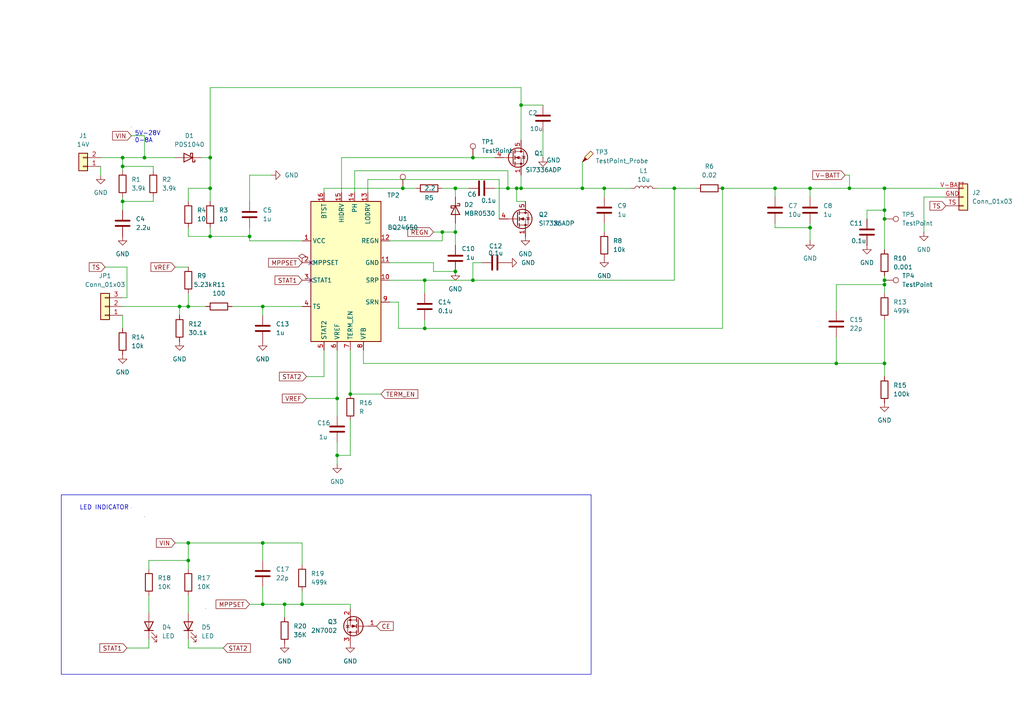
<source format=kicad_sch>
(kicad_sch (version 20250114) (generator "eeschema") (generator_version "9.0")
  (paper "A4")
  (title_block (title "BQ24650 ") (date "2025-05-20") (rev "Dodo Kamel ") (company "MSU"))
  (lib_symbols
    (symbol "Conn_01x03_1" (pin_names (offset 1.016) (hide yes))
      (property "Reference" "J" (at 0 5.08 0))
      (property "Value" "Conn_01x03" (at 0 -5.08 0))
      (symbol "Conn_01x03_1_1_1"
        (rectangle (start -1.27 3.81) (end 1.27 -3.81) (stroke (width 0.254)) (fill (type background)))
        (rectangle (start -1.27 2.667) (end 0 2.413) (stroke (width 0.1524)))
        (rectangle (start -1.27 0.127) (end 0 -0.127) (stroke (width 0.1524)))
        (rectangle (start -1.27 -2.413) (end 0 -2.667) (stroke (width 0.1524)))
        (pin passive line (at -5.08 2.54 0) (length 3.81) (name "Pin_1") (number "V-BATT"))
        (pin passive line (at -5.08 0 0) (length 3.81) (name "Pin_2") (number "GND"))
        (pin passive line (at -5.08 -2.54 0) (length 3.81) (name "Pin_3") (number "TS"))
      )
    )
    (symbol "Connector:TestPoint" (pin_numbers (hide yes)) (pin_names (offset 0.762) (hide yes))
      (property "Reference" "TP" (at 0 6.858 0))
      (property "Value" "TestPoint" (at 0 5.08 0))
      (symbol "TestPoint_0_1"
        (circle (center 0 3.302) (radius 0.762))
      )
      (symbol "TestPoint_1_1"
        (pin passive line (at 0 0 90) (length 2.54) (name "1") (number "1"))
      )
    )
    (symbol "Connector:TestPoint_Probe" (pin_numbers (hide yes)) (pin_names (offset 0.762) (hide yes))
      (property "Reference" "TP" (at 1.651 5.842 0))
      (property "Value" "TestPoint_Probe" (at 1.651 4.064 0))
      (symbol "TestPoint_Probe_0_1"
        (polyline (pts (xy 1.27 0.762) (xy 0 0) (xy 0.762 1.27) (xy 1.27 0.762)) (fill (type outline)))
        (polyline (pts (xy 1.397 0.635) (xy 0.635 1.397) (xy 2.413 3.175) (xy 3.175 2.413) (xy 1.397 0.635)) (fill (type background)))
      )
      (symbol "TestPoint_Probe_1_1"
        (pin passive line (at 0 0 90) (length 0) (name "1") (number "1"))
      )
    )
    (symbol "Connector_Generic:Conn_01x02" (pin_names (offset 1.016) (hide yes))
      (property "Reference" "J" (at 0 2.54 0))
      (property "Value" "Conn_01x02" (at 0 -5.08 0))
      (symbol "Conn_01x02_1_1"
        (rectangle (start -1.27 1.27) (end 1.27 -3.81) (stroke (width 0.254)) (fill (type background)))
        (rectangle (start -1.27 0.127) (end 0 -0.127) (stroke (width 0.1524)))
        (rectangle (start -1.27 -2.413) (end 0 -2.667) (stroke (width 0.1524)))
        (pin passive line (at -5.08 0 0) (length 3.81) (name "Pin_1") (number "1"))
        (pin passive line (at -5.08 -2.54 0) (length 3.81) (name "Pin_2") (number "2"))
      )
    )
    (symbol "Connector_Generic:Conn_01x03" (pin_names (offset 1.016) (hide yes))
      (property "Reference" "J" (at 0 5.08 0))
      (property "Value" "Conn_01x03" (at 0 -5.08 0))
      (symbol "Conn_01x03_1_1"
        (rectangle (start -1.27 3.81) (end 1.27 -3.81) (stroke (width 0.254)) (fill (type background)))
        (rectangle (start -1.27 2.667) (end 0 2.413) (stroke (width 0.1524)))
        (rectangle (start -1.27 0.127) (end 0 -0.127) (stroke (width 0.1524)))
        (rectangle (start -1.27 -2.413) (end 0 -2.667) (stroke (width 0.1524)))
        (pin passive line (at -5.08 2.54 0) (length 3.81) (name "Pin_1") (number "1"))
        (pin passive line (at -5.08 0 0) (length 3.81) (name "Pin_2") (number "2"))
        (pin passive line (at -5.08 -2.54 0) (length 3.81) (name "Pin_3") (number "3"))
      )
    )
    (symbol "Device:C" (pin_numbers (hide yes)) (pin_names (offset 0.254))
      (property "Reference" "C" (at 0.635 2.54 0))
      (property "Value" "C" (at 0.635 -2.54 0))
      (symbol "C_0_1"
        (polyline (pts (xy -2.032 0.762) (xy 2.032 0.762)) (stroke (width 0.508)))
        (polyline (pts (xy -2.032 -0.762) (xy 2.032 -0.762)) (stroke (width 0.508)))
      )
      (symbol "C_1_1"
        (pin passive line (at 0 3.81 270) (length 2.794) (name "~") (number "1"))
        (pin passive line (at 0 -3.81 90) (length 2.794) (name "~") (number "2"))
      )
    )
    (symbol "Device:D_Schottky" (pin_numbers (hide yes)) (pin_names (offset 1.016) (hide yes))
      (property "Reference" "D" (at 0 2.54 0))
      (property "Value" "D_Schottky" (at 0 -2.54 0))
      (symbol "D_Schottky_0_1"
        (polyline (pts (xy -1.905 0.635) (xy -1.905 1.27) (xy -1.27 1.27) (xy -1.27 -1.27) (xy -0.635 -1.27) (xy -0.635 -0.635)) (stroke (width 0.254)))
        (polyline (pts (xy 1.27 1.27) (xy 1.27 -1.27) (xy -1.27 0) (xy 1.27 1.27)) (stroke (width 0.254)))
        (polyline (pts (xy 1.27 0) (xy -1.27 0)))
      )
      (symbol "D_Schottky_1_1"
        (pin passive line (at -3.81 0 0) (length 2.54) (name "K") (number "1"))
        (pin passive line (at 3.81 0 180) (length 2.54) (name "A") (number "2"))
      )
    )
    (symbol "Device:L" (pin_numbers (hide yes)) (pin_names (offset 1.016) (hide yes))
      (property "Reference" "L" (at -1.27 0 90))
      (property "Value" "L" (at 1.905 0 90))
      (symbol "L_0_1"
        (arc (start 0 2.54) (mid 0.6323 1.905) (end 0 1.27))
        (arc (start 0 1.27) (mid 0.6323 0.635) (end 0 0))
        (arc (start 0 0) (mid 0.6323 -0.635) (end 0 -1.27))
        (arc (start 0 -1.27) (mid 0.6323 -1.905) (end 0 -2.54))
      )
      (symbol "L_1_1"
        (pin passive line (at 0 3.81 270) (length 1.27) (name "1") (number "1"))
        (pin passive line (at 0 -3.81 90) (length 1.27) (name "2") (number "2"))
      )
    )
    (symbol "Device:LED" (pin_numbers (hide yes)) (pin_names (offset 1.016) (hide yes))
      (property "Reference" "D" (at 0 2.54 0))
      (property "Value" "LED" (at 0 -2.54 0))
      (symbol "LED_0_1"
        (polyline (pts (xy -3.048 -0.762) (xy -4.572 -2.286) (xy -3.81 -2.286) (xy -4.572 -2.286) (xy -4.572 -1.524)))
        (polyline (pts (xy -1.778 -0.762) (xy -3.302 -2.286) (xy -2.54 -2.286) (xy -3.302 -2.286) (xy -3.302 -1.524)))
        (polyline (pts (xy -1.27 0) (xy 1.27 0)))
        (polyline (pts (xy -1.27 -1.27) (xy -1.27 1.27)) (stroke (width 0.254)))
        (polyline (pts (xy 1.27 -1.27) (xy 1.27 1.27) (xy -1.27 0) (xy 1.27 -1.27)) (stroke (width 0.254)))
      )
      (symbol "LED_1_1"
        (pin passive line (at -3.81 0 0) (length 2.54) (name "K") (number "1"))
        (pin passive line (at 3.81 0 180) (length 2.54) (name "A") (number "2"))
      )
    )
    (symbol "Device:R" (pin_numbers (hide yes)) (pin_names (offset 0))
      (property "Reference" "R" (at 2.032 0 90))
      (property "Value" "R" (at 0 0 90))
      (symbol "R_0_1"
        (rectangle (start -1.016 -2.54) (end 1.016 2.54) (stroke (width 0.254)))
      )
      (symbol "R_1_1"
        (pin passive line (at 0 3.81 270) (length 1.27) (name "~") (number "1"))
        (pin passive line (at 0 -3.81 90) (length 1.27) (name "~") (number "2"))
      )
    )
    (symbol "Diode:MBR0530" (pin_numbers (hide yes)) (pin_names (offset 1.016) (hide yes))
      (property "Reference" "D" (at 0 2.54 0))
      (property "Value" "MBR0530" (at 0 -2.54 0))
      (symbol "MBR0530_0_1"
        (polyline (pts (xy -1.905 0.635) (xy -1.905 1.27) (xy -1.27 1.27) (xy -1.27 -1.27) (xy -0.635 -1.27) (xy -0.635 -0.635)) (stroke (width 0.254)))
        (polyline (pts (xy 1.27 1.27) (xy 1.27 -1.27) (xy -1.27 0) (xy 1.27 1.27)) (stroke (width 0.254)))
        (polyline (pts (xy 1.27 0) (xy -1.27 0)))
      )
      (symbol "MBR0530_1_1"
        (pin passive line (at -3.81 0 0) (length 2.54) (name "K") (number "1"))
        (pin passive line (at 3.81 0 180) (length 2.54) (name "A") (number "2"))
      )
    )
    (symbol "Transistor_FET:2N7002" (pin_names (hide yes))
      (property "Reference" "Q" (at 5.08 1.905 0))
      (property "Value" "2N7002" (at 5.08 0 0))
      (symbol "2N7002_0_1"
        (polyline (pts (xy 0.254 1.905) (xy 0.254 -1.905)) (stroke (width 0.254)))
        (polyline (pts (xy 0.254 0) (xy -2.54 0)))
        (polyline (pts (xy 0.762 2.286) (xy 0.762 1.27)) (stroke (width 0.254)))
        (polyline (pts (xy 0.762 0.508) (xy 0.762 -0.508)) (stroke (width 0.254)))
        (polyline (pts (xy 0.762 -1.27) (xy 0.762 -2.286)) (stroke (width 0.254)))
        (polyline (pts (xy 0.762 -1.778) (xy 3.302 -1.778) (xy 3.302 1.778) (xy 0.762 1.778)))
        (polyline (pts (xy 1.016 0) (xy 2.032 0.381) (xy 2.032 -0.381) (xy 1.016 0)) (fill (type outline)))
        (circle (center 1.651 0) (radius 2.794) (stroke (width 0.254)))
        (polyline (pts (xy 2.54 2.54) (xy 2.54 1.778)))
        (circle (center 2.54 1.778) (radius 0.254) (fill (type outline)))
        (circle (center 2.54 -1.778) (radius 0.254) (fill (type outline)))
        (polyline (pts (xy 2.54 -2.54) (xy 2.54 0) (xy 0.762 0)))
        (polyline (pts (xy 2.794 0.508) (xy 2.921 0.381) (xy 3.683 0.381) (xy 3.81 0.254)))
        (polyline (pts (xy 3.302 0.381) (xy 2.921 -0.254) (xy 3.683 -0.254) (xy 3.302 0.381)))
      )
      (symbol "2N7002_1_1"
        (pin input line (at -5.08 0 0) (length 2.54) (name "G") (number "1"))
        (pin passive line (at 2.54 5.08 270) (length 2.54) (name "D") (number "3"))
        (pin passive line (at 2.54 -5.08 90) (length 2.54) (name "S") (number "2"))
      )
    )
    (symbol "Transistor_FET:Si7336ADP" (pin_names (hide yes))
      (property "Reference" "Q" (at 5.08 1.905 0))
      (property "Value" "Si7336ADP" (at 5.08 0 0))
      (symbol "Si7336ADP_0_1"
        (polyline (pts (xy 0.254 1.905) (xy 0.254 -1.905)) (stroke (width 0.254)))
        (polyline (pts (xy 0.254 0) (xy -2.54 0)))
        (polyline (pts (xy 0.762 2.286) (xy 0.762 1.27)) (stroke (width 0.254)))
        (polyline (pts (xy 0.762 0.508) (xy 0.762 -0.508)) (stroke (width 0.254)))
        (polyline (pts (xy 0.762 -1.27) (xy 0.762 -2.286)) (stroke (width 0.254)))
        (polyline (pts (xy 0.762 -1.778) (xy 3.302 -1.778) (xy 3.302 1.778) (xy 0.762 1.778)))
        (polyline (pts (xy 1.016 0) (xy 2.032 0.381) (xy 2.032 -0.381) (xy 1.016 0)) (fill (type outline)))
        (circle (center 1.651 0) (radius 2.794) (stroke (width 0.254)))
        (polyline (pts (xy 2.54 2.54) (xy 2.54 1.778)))
        (circle (center 2.54 1.778) (radius 0.254) (fill (type outline)))
        (circle (center 2.54 -1.778) (radius 0.254) (fill (type outline)))
        (polyline (pts (xy 2.54 -2.54) (xy 2.54 0) (xy 0.762 0)))
        (polyline (pts (xy 2.794 0.508) (xy 2.921 0.381) (xy 3.683 0.381) (xy 3.81 0.254)))
        (polyline (pts (xy 3.302 0.381) (xy 2.921 -0.254) (xy 3.683 -0.254) (xy 3.302 0.381)))
      )
      (symbol "Si7336ADP_1_1"
        (pin input line (at -5.08 0 0) (length 2.54) (name "G") (number "4"))
        (pin passive line (at 2.54 5.08 270) (length 2.54) (name "D") (number "5"))
        (pin passive line (at 2.54 -5.08 90) (length 2.54) (name "S") (number "1"))
        (pin passive line (at 2.54 -5.08 90) (length 2.54) (hide yes) (name "S") (number "2"))
        (pin passive line (at 2.54 -5.08 90) (length 2.54) (hide yes) (name "S") (number "3"))
      )
    )
    (symbol "battery charge controller :BQ24650"
      (property "Reference" "U" (at -10.16 21.59 0))
      (property "Value" "BQ24650" (at 7.62 -21.59 0))
      (symbol "BQ24650_1_1"
        (rectangle (start -10.16 19.05) (end 10.16 -21.59) (stroke (width 0.254)) (fill (type background)))
        (pin power_in line (at -12.7 7.62 0) (length 2.54) (name "VCC") (number "1"))
        (pin input line (at -12.7 1.27 0) (length 2.54) (name "MPPSET") (number "2"))
        (pin open_collector line (at -12.7 -3.81 0) (length 2.54) (name "STAT1") (number "3"))
        (pin input line (at -12.7 -11.43 0) (length 2.54) (name "TS") (number "4"))
        (pin output line (at -6.35 21.59 270) (length 2.54) (name "BTST") (number "16"))
        (pin open_collector line (at -6.35 -24.13 90) (length 2.54) (name "STAT2") (number "5"))
        (pin input line (at -2.54 -24.13 90) (length 2.54) (name "VREF") (number "6"))
        (pin output line (at -1.27 21.59 270) (length 2.54) (name "HIDRV") (number "15"))
        (pin input line (at 1.27 -24.13 90) (length 2.54) (name "TERM_EN") (number "7"))
        (pin input line (at 2.54 21.59 270) (length 2.54) (name "PH") (number "14"))
        (pin input line (at 5.08 -24.13 90) (length 2.54) (name "VFB") (number "8"))
        (pin output line (at 6.35 21.59 270) (length 2.54) (name "LODRV") (number "13"))
        (pin output line (at 12.7 7.62 180) (length 2.54) (name "REGN") (number "12"))
        (pin power_in line (at 12.7 1.27 180) (length 2.54) (name "GND") (number "11"))
        (pin input line (at 12.7 -3.81 180) (length 2.54) (name "SRP") (number "10"))
        (pin input line (at 12.7 -10.16 180) (length 2.54) (name "SRN") (number "9"))
        (pin passive line (at 25.4 -13.97 90) (length 2.54) (hide yes) (name "GND") (number "17"))
      )
    )
    (symbol "power:GND" (power) (pin_numbers (hide yes)) (pin_names (offset 0) (hide yes))
      (property "Value" "GND" (at 0 -3.81 0))
      (symbol "GND_0_1"
        (polyline (pts (xy 0 0) (xy 0 -1.27) (xy 1.27 -1.27) (xy 0 -2.54) (xy -1.27 -1.27) (xy 0 -1.27)))
      )
      (symbol "GND_1_1"
        (pin power_in line (at 0 0 270) (length 0) (name "~") (number "1"))
      )
    )
    (symbol "power:PWR_FLAG" (power) (pin_numbers (hide yes)) (pin_names (offset 0) (hide yes))
      (property "Value" "PWR_FLAG" (at 0 3.81 0))
      (symbol "PWR_FLAG_0_0"
        (pin power_out line (at 0 0 90) (length 0) (name "~") (number "1"))
      )
      (symbol "PWR_FLAG_0_1"
        (polyline (pts (xy 0 0) (xy 0 1.27) (xy -1.016 1.905) (xy 0 2.54) (xy 1.016 1.905) (xy 0 1.27)))
      )
    )
  )
  (rectangle (start 59.69 176.53) (end 59.69 176.53))
  (rectangle (start 17.78 143.51) (end 171.45 195.58))
  (rectangle (start 38.1 147.32) (end 38.1 147.32))
  (rectangle (start 41.91 149.86) (end 41.91 149.86))
  (text "LED INDICATOR\n" (at 30.226 147.32 0) (effects (font (size 1.27 1.27))))
  (text_box "5V-28V\n0-8A" (at 38.1 36.83 0) (size 0 0) (margins 0.9525 0.9525 0.9525 0.9525) (effects (font (size 1.27 1.27)) (justify left top)))
  (junction (at 151.13 30.48))
  (junction (at 123.19 81.28))
  (junction (at 132.08 78.74))
  (junction (at 60.96 45.72))
  (junction (at 54.61 162.56))
  (junction (at 132.08 67.31))
  (junction (at 256.54 63.5))
  (junction (at 132.08 54.61))
  (junction (at 101.6 114.3))
  (junction (at 209.55 54.61))
  (junction (at 97.79 132.08))
  (junction (at 147.32 54.61))
  (junction (at 52.07 88.9))
  (junction (at 82.55 175.26))
  (junction (at 256.54 81.28))
  (junction (at 256.54 82.55))
  (junction (at 234.95 66.04))
  (junction (at 72.39 68.58))
  (junction (at 116.84 54.61))
  (junction (at 123.19 95.25))
  (junction (at 137.16 45.72))
  (junction (at 76.2 175.26))
  (junction (at 234.95 54.61))
  (junction (at 242.57 105.41))
  (junction (at 35.56 58.42))
  (junction (at 76.2 88.9))
  (junction (at 128.27 67.31))
  (junction (at 256.54 105.41))
  (junction (at 54.61 88.9))
  (junction (at 246.38 54.61))
  (junction (at 149.86 54.61))
  (junction (at 97.79 115.57))
  (junction (at 224.79 54.61))
  (junction (at 256.54 60.96))
  (junction (at 256.54 54.61))
  (junction (at 60.96 54.61))
  (junction (at 41.91 45.72))
  (junction (at 54.61 157.48))
  (junction (at 35.56 48.26))
  (junction (at 137.16 81.28))
  (junction (at 35.56 45.72))
  (junction (at 175.26 54.61))
  (junction (at 76.2 157.48))
  (junction (at 60.96 68.58))
  (junction (at 168.91 54.61))
  (junction (at 87.63 175.26))
  (junction (at 195.58 54.61))
  (junction (at 151.13 54.61))
  (no_connect (at 161.29 64.77))
  (no_connect (at 90.17 81.28))
  (no_connect (at 90.17 76.2))
  (wire (pts (xy 97.79 101.6) (xy 97.79 115.57)))
  (wire (pts (xy 195.58 54.61) (xy 201.93 54.61)))
  (wire (pts (xy 113.03 69.85) (xy 128.27 69.85)))
  (wire (pts (xy 44.45 48.26) (xy 44.45 49.53)))
  (wire (pts (xy 54.61 85.09) (xy 54.61 88.9)))
  (wire (pts (xy 123.19 95.25) (xy 209.55 95.25)))
  (wire (pts (xy 125.73 78.74) (xy 132.08 78.74)))
  (wire (pts (xy 143.51 54.61) (xy 147.32 54.61)))
  (wire (pts (xy 242.57 97.79) (xy 242.57 105.41)))
  (wire (pts (xy 82.55 175.26) (xy 87.63 175.26)))
  (wire (pts (xy 256.54 60.96) (xy 256.54 63.5)))
  (wire (pts (xy 72.39 58.42) (xy 72.39 50.8)))
  (wire (pts (xy 137.16 81.28) (xy 195.58 81.28)))
  (wire (pts (xy 143.51 45.72) (xy 137.16 45.72)))
  (wire (pts (xy 168.91 54.61) (xy 168.91 46.99)))
  (wire (pts (xy 157.48 38.1) (xy 157.48 45.72)))
  (wire (pts (xy 149.86 58.42) (xy 152.4 58.42)))
  (wire (pts (xy 102.87 49.53) (xy 147.32 49.53)))
  (wire (pts (xy 36.83 187.96) (xy 43.18 187.96)))
  (wire (pts (xy 234.95 64.77) (xy 234.95 66.04)))
  (wire (pts (xy 105.41 101.6) (xy 105.41 105.41)))
  (wire (pts (xy 54.61 172.72) (xy 54.61 177.8)))
  (wire (pts (xy 43.18 162.56) (xy 43.18 165.1)))
  (wire (pts (xy 54.61 157.48) (xy 76.2 157.48)))
  (wire (pts (xy 35.56 48.26) (xy 44.45 48.26)))
  (wire (pts (xy 132.08 67.31) (xy 132.08 71.12)))
  (wire (pts (xy 256.54 92.71) (xy 256.54 105.41)))
  (wire (pts (xy 76.2 170.18) (xy 76.2 175.26)))
  (wire (pts (xy 72.39 66.04) (xy 72.39 68.58)))
  (wire (pts (xy 224.79 64.77) (xy 224.79 66.04)))
  (wire (pts (xy 256.54 82.55) (xy 242.57 82.55)))
  (wire (pts (xy 149.86 54.61) (xy 151.13 54.61)))
  (wire (pts (xy 60.96 45.72) (xy 60.96 54.61)))
  (wire (pts (xy 72.39 175.26) (xy 76.2 175.26)))
  (wire (pts (xy 101.6 114.3) (xy 110.49 114.3)))
  (wire (pts (xy 137.16 45.72) (xy 99.06 45.72)))
  (wire (pts (xy 54.61 68.58) (xy 60.96 68.58)))
  (wire (pts (xy 54.61 162.56) (xy 43.18 162.56)))
  (wire (pts (xy 242.57 82.55) (xy 242.57 90.17)))
  (wire (pts (xy 234.95 54.61) (xy 246.38 54.61)))
  (wire (pts (xy 67.31 88.9) (xy 76.2 88.9)))
  (wire (pts (xy 106.68 52.07) (xy 144.78 52.07)))
  (wire (pts (xy 256.54 63.5) (xy 256.54 72.39)))
  (wire (pts (xy 113.03 76.2) (xy 125.73 76.2)))
  (wire (pts (xy 128.27 69.85) (xy 128.27 67.31)))
  (wire (pts (xy 88.9 109.22) (xy 93.98 109.22)))
  (wire (pts (xy 209.55 54.61) (xy 224.79 54.61)))
  (wire (pts (xy 190.5 54.61) (xy 195.58 54.61)))
  (wire (pts (xy 132.08 54.61) (xy 135.89 54.61)))
  (wire (pts (xy 224.79 54.61) (xy 234.95 54.61)))
  (wire (pts (xy 29.21 45.72) (xy 35.56 45.72)))
  (wire (pts (xy 151.13 25.4) (xy 151.13 30.48)))
  (wire (pts (xy 274.32 57.15) (xy 267.97 57.15)))
  (wire (pts (xy 115.57 95.25) (xy 123.19 95.25)))
  (wire (pts (xy 35.56 58.42) (xy 35.56 60.96)))
  (wire (pts (xy 60.96 54.61) (xy 60.96 58.42)))
  (wire (pts (xy 97.79 115.57) (xy 97.79 120.65)))
  (wire (pts (xy 76.2 175.26) (xy 82.55 175.26)))
  (wire (pts (xy 38.1 39.37) (xy 41.91 39.37)))
  (wire (pts (xy 256.54 105.41) (xy 256.54 109.22)))
  (wire (pts (xy 50.8 157.48) (xy 54.61 157.48)))
  (wire (pts (xy 147.32 49.53) (xy 147.32 54.61)))
  (wire (pts (xy 123.19 81.28) (xy 137.16 81.28)))
  (wire (pts (xy 195.58 81.28) (xy 195.58 54.61)))
  (wire (pts (xy 256.54 80.01) (xy 256.54 81.28)))
  (wire (pts (xy 125.73 67.31) (xy 128.27 67.31)))
  (wire (pts (xy 76.2 88.9) (xy 76.2 91.44)))
  (wire (pts (xy 256.54 82.55) (xy 256.54 85.09)))
  (wire (pts (xy 30.48 77.47) (xy 36.83 77.47)))
  (wire (pts (xy 106.68 55.88) (xy 106.68 52.07)))
  (wire (pts (xy 234.95 54.61) (xy 234.95 57.15)))
  (wire (pts (xy 113.03 81.28) (xy 123.19 81.28)))
  (wire (pts (xy 99.06 45.72) (xy 99.06 55.88)))
  (wire (pts (xy 224.79 54.61) (xy 224.79 57.15)))
  (wire (pts (xy 242.57 105.41) (xy 256.54 105.41)))
  (wire (pts (xy 29.21 48.26) (xy 29.21 50.8)))
  (wire (pts (xy 224.79 66.04) (xy 234.95 66.04)))
  (wire (pts (xy 35.56 86.36) (xy 36.83 86.36)))
  (wire (pts (xy 144.78 52.07) (xy 144.78 63.5)))
  (wire (pts (xy 41.91 45.72) (xy 50.8 45.72)))
  (wire (pts (xy 72.39 50.8) (xy 78.74 50.8)))
  (wire (pts (xy 246.38 54.61) (xy 246.38 50.8)))
  (wire (pts (xy 41.91 45.72) (xy 41.91 39.37)))
  (wire (pts (xy 35.56 91.44) (xy 35.56 95.25)))
  (wire (pts (xy 101.6 121.92) (xy 101.6 132.08)))
  (wire (pts (xy 54.61 185.42) (xy 54.61 187.96)))
  (wire (pts (xy 116.84 54.61) (xy 120.65 54.61)))
  (wire (pts (xy 256.54 54.61) (xy 274.32 54.61)))
  (wire (pts (xy 151.13 30.48) (xy 157.48 30.48)))
  (wire (pts (xy 60.96 25.4) (xy 60.96 45.72)))
  (wire (pts (xy 246.38 54.61) (xy 256.54 54.61)))
  (wire (pts (xy 256.54 60.96) (xy 251.46 60.96)))
  (wire (pts (xy 93.98 55.88) (xy 93.98 54.61)))
  (wire (pts (xy 54.61 162.56) (xy 54.61 165.1)))
  (wire (pts (xy 54.61 187.96) (xy 64.77 187.96)))
  (wire (pts (xy 35.56 57.15) (xy 35.56 58.42)))
  (wire (pts (xy 54.61 66.04) (xy 54.61 68.58)))
  (wire (pts (xy 137.16 76.2) (xy 139.7 76.2)))
  (wire (pts (xy 256.54 54.61) (xy 256.54 60.96)))
  (wire (pts (xy 76.2 157.48) (xy 76.2 162.56)))
  (wire (pts (xy 36.83 86.36) (xy 36.83 77.47)))
  (wire (pts (xy 60.96 25.4) (xy 151.13 25.4)))
  (wire (pts (xy 60.96 54.61) (xy 54.61 54.61)))
  (wire (pts (xy 43.18 185.42) (xy 43.18 187.96)))
  (wire (pts (xy 132.08 64.77) (xy 132.08 67.31)))
  (wire (pts (xy 175.26 64.77) (xy 175.26 67.31)))
  (wire (pts (xy 256.54 81.28) (xy 256.54 82.55)))
  (wire (pts (xy 58.42 45.72) (xy 60.96 45.72)))
  (wire (pts (xy 97.79 128.27) (xy 97.79 132.08)))
  (wire (pts (xy 54.61 157.48) (xy 54.61 162.56)))
  (wire (pts (xy 88.9 115.57) (xy 97.79 115.57)))
  (wire (pts (xy 151.13 30.48) (xy 151.13 40.64)))
  (wire (pts (xy 87.63 88.9) (xy 76.2 88.9)))
  (wire (pts (xy 234.95 66.04) (xy 234.95 69.85)))
  (wire (pts (xy 132.08 54.61) (xy 132.08 57.15)))
  (wire (pts (xy 35.56 88.9) (xy 52.07 88.9)))
  (wire (pts (xy 151.13 54.61) (xy 168.91 54.61)))
  (wire (pts (xy 52.07 88.9) (xy 52.07 91.44)))
  (wire (pts (xy 128.27 54.61) (xy 132.08 54.61)))
  (wire (pts (xy 97.79 132.08) (xy 97.79 134.62)))
  (wire (pts (xy 137.16 81.28) (xy 137.16 76.2)))
  (wire (pts (xy 101.6 175.26) (xy 101.6 176.53)))
  (wire (pts (xy 82.55 175.26) (xy 82.55 179.07)))
  (wire (pts (xy 267.97 57.15) (xy 267.97 67.31)))
  (wire (pts (xy 35.56 48.26) (xy 35.56 49.53)))
  (wire (pts (xy 87.63 175.26) (xy 101.6 175.26)))
  (wire (pts (xy 50.8 77.47) (xy 54.61 77.47)))
  (wire (pts (xy 76.2 157.48) (xy 87.63 157.48)))
  (wire (pts (xy 60.96 66.04) (xy 60.96 68.58)))
  (wire (pts (xy 102.87 55.88) (xy 102.87 49.53)))
  (wire (pts (xy 168.91 54.61) (xy 175.26 54.61)))
  (wire (pts (xy 54.61 54.61) (xy 54.61 58.42)))
  (wire (pts (xy 35.56 45.72) (xy 41.91 45.72)))
  (wire (pts (xy 101.6 101.6) (xy 101.6 114.3)))
  (wire (pts (xy 147.32 54.61) (xy 149.86 54.61)))
  (wire (pts (xy 72.39 69.85) (xy 87.63 69.85)))
  (wire (pts (xy 44.45 57.15) (xy 44.45 58.42)))
  (wire (pts (xy 128.27 67.31) (xy 132.08 67.31)))
  (wire (pts (xy 175.26 54.61) (xy 175.26 57.15)))
  (wire (pts (xy 251.46 60.96) (xy 251.46 63.5)))
  (wire (pts (xy 105.41 105.41) (xy 242.57 105.41)))
  (wire (pts (xy 44.45 58.42) (xy 35.56 58.42)))
  (wire (pts (xy 93.98 54.61) (xy 116.84 54.61)))
  (wire (pts (xy 125.73 76.2) (xy 125.73 78.74)))
  (wire (pts (xy 52.07 88.9) (xy 54.61 88.9)))
  (wire (pts (xy 123.19 81.28) (xy 123.19 85.09)))
  (wire (pts (xy 43.18 172.72) (xy 43.18 177.8)))
  (wire (pts (xy 54.61 88.9) (xy 59.69 88.9)))
  (wire (pts (xy 113.03 87.63) (xy 115.57 87.63)))
  (wire (pts (xy 87.63 157.48) (xy 87.63 163.83)))
  (wire (pts (xy 151.13 50.8) (xy 151.13 54.61)))
  (wire (pts (xy 115.57 87.63) (xy 115.57 95.25)))
  (wire (pts (xy 175.26 54.61) (xy 182.88 54.61)))
  (wire (pts (xy 93.98 101.6) (xy 93.98 109.22)))
  (wire (pts (xy 35.56 45.72) (xy 35.56 48.26)))
  (wire (pts (xy 245.11 50.8) (xy 246.38 50.8)))
  (wire (pts (xy 123.19 95.25) (xy 123.19 92.71)))
  (wire (pts (xy 87.63 171.45) (xy 87.63 175.26)))
  (wire (pts (xy 209.55 54.61) (xy 209.55 95.25)))
  (wire (pts (xy 72.39 68.58) (xy 72.39 69.85)))
  (wire (pts (xy 149.86 54.61) (xy 149.86 58.42)))
  (wire (pts (xy 97.79 132.08) (xy 101.6 132.08)))
  (wire (pts (xy 60.96 68.58) (xy 72.39 68.58)))
  (global_label "STAT2" (shape input) (at 88.9 109.22 180) (property "Intersheetrefs" "${INTERSHEET_REFS}" (effects (hide yes))))
  (global_label "V-BATT" (shape input) (at 245.11 50.8 180) (property "Intersheetrefs" "${INTERSHEET_REFS}" (effects (hide yes))))
  (global_label "STAT2" (shape input) (at 64.77 187.96 0) (property "Intersheetrefs" "${INTERSHEET_REFS}" (effects (hide yes))))
  (global_label "VREF" (shape input) (at 88.9 115.57 180) (property "Intersheetrefs" "${INTERSHEET_REFS}" (effects (hide yes))))
  (global_label "MPPSET" (shape input) (at 87.63 76.2 180) (property "Intersheetrefs" "${INTERSHEET_REFS}" (effects (hide yes))))
  (global_label "STAT1" (shape input) (at 87.63 81.28 180) (property "Intersheetrefs" "${INTERSHEET_REFS}" (effects (hide yes))))
  (global_label "VIN" (shape input) (at 50.8 157.48 180) (property "Intersheetrefs" "${INTERSHEET_REFS}" (effects (hide yes))))
  (global_label "TS" (shape input) (at 30.48 77.47 180) (property "Intersheetrefs" "${INTERSHEET_REFS}" (effects (hide yes))))
  (global_label "STAT1" (shape input) (at 36.83 187.96 180) (property "Intersheetrefs" "${INTERSHEET_REFS}" (effects (hide yes))))
  (global_label "VIN" (shape input) (at 38.1 39.37 180) (property "Intersheetrefs" "${INTERSHEET_REFS}" (effects (hide yes))))
  (global_label "CE" (shape input) (at 109.22 181.61 0) (property "Intersheetrefs" "${INTERSHEET_REFS}" (effects (hide yes))))
  (global_label "VREF" (shape input) (at 50.8 77.47 180) (property "Intersheetrefs" "${INTERSHEET_REFS}" (effects (hide yes))))
  (global_label "TERM_EN" (shape input) (at 110.49 114.3 0) (property "Intersheetrefs" "${INTERSHEET_REFS}" (effects (hide yes))))
  (global_label "MPPSET" (shape input) (at 72.39 175.26 180) (property "Intersheetrefs" "${INTERSHEET_REFS}" (effects (hide yes))))
  (global_label "REGN" (shape input) (at 125.73 67.31 180) (property "Intersheetrefs" "${INTERSHEET_REFS}" (effects (hide yes))))
  (global_label "TS" (shape input) (at 274.32 59.69 180) (property "Intersheetrefs" "${INTERSHEET_REFS}" (effects (hide yes))))
  (symbol (lib_id "Device:D_Schottky") (at 54.61 45.72 180) (unit 1)
    (property "Reference" "D1" (at 54.9275 39.37 0))
    (property "Value" "PDS1040" (at 54.9275 41.91 0))
    (property "Footprint" "Diode_SMD:D_PowerDI-5" (effects (hide yes)))
    (property "Description" "Schottky diode" (effects (hide yes)))
  )
  (symbol (lib_id "Device:R") (at 256.54 88.9 0) (unit 1)
    (property "Reference" "R13" (at 259.08 87.6299 0) (effects (justify left)))
    (property "Value" "499k" (at 259.08 90.1699 0) (effects (justify left)))
    (property "Footprint" "Resistor_SMD:R_0603_1608Metric" (effects (hide yes)))
    (property "Description" "Resistor" (effects (hide yes)))
  )
  (symbol (lib_id "Device:C") (at 76.2 95.25 0) (unit 1)
    (property "Reference" "C13" (at 80.01 93.9799 0) (effects (justify left)))
    (property "Value" "1u" (at 80.01 96.5199 0) (effects (justify left)))
    (property "Footprint" "Capacitor_SMD:C_0603_1608Metric" (effects (hide yes)))
    (property "Description" "Unpolarized capacitor" (effects (hide yes)))
  )
  (symbol (lib_id "Transistor_FET:2N7002") (at 104.14 181.61 180) (unit 1)
    (property "Reference" "Q3" (at 97.79 180.3399 0) (effects (justify left)))
    (property "Value" "2N7002" (at 97.79 182.8799 0) (effects (justify left)))
    (property "Footprint" "Package_TO_SOT_SMD:SOT-23" (effects (hide yes)))
    (property "Datasheet" "https://www.onsemi.com/pub/Collateral/NDS7002A-D.PDF" (effects (hide yes)))
    (property "Description" "0.115A Id, 60V Vds, N-Channel MOSFET, SOT-23" (effects (hide yes)))
  )
  (symbol (lib_id "Device:R") (at 175.26 71.12 0) (unit 1)
    (property "Reference" "R8" (at 177.8 69.8499 0) (effects (justify left)))
    (property "Value" "10k" (at 177.8 72.3899 0) (effects (justify left)))
    (property "Footprint" "Resistor_SMD:R_0805_2012Metric" (effects (hide yes)))
    (property "Description" "Resistor" (effects (hide yes)))
  )
  (symbol (lib_id "Device:C") (at 251.46 67.31 0) (unit 1)
    (property "Reference" "C11" (at 246.38 64.77 0) (effects (justify left)))
    (property "Value" "0.1u" (at 246.888 69.85 0) (effects (justify left)))
    (property "Footprint" "Capacitor_SMD:C_0603_1608Metric" (effects (hide yes)))
    (property "Description" "Unpolarized capacitor" (effects (hide yes)))
  )
  (symbol (lib_id "Device:C") (at 123.19 88.9 0) (unit 1)
    (property "Reference" "C14" (at 127 87.6299 0) (effects (justify left)))
    (property "Value" "0.1u" (at 127 90.1699 0) (effects (justify left)))
    (property "Footprint" "Capacitor_SMD:C_0603_1608Metric" (effects (hide yes)))
    (property "Description" "Unpolarized capacitor" (effects (hide yes)))
  )
  (symbol (lib_id "Device:C") (at 76.2 166.37 0) (unit 1)
    (property "Reference" "C17" (at 80.01 165.0999 0) (effects (justify left)))
    (property "Value" "22p" (at 80.01 167.6399 0) (effects (justify left)))
    (property "Footprint" "Capacitor_SMD:C_0603_1608Metric" (effects (hide yes)))
    (property "Description" "Unpolarized capacitor" (effects (hide yes)))
  )
  (symbol (lib_id "power:GND") (at 52.07 99.06 0) (unit 1)
    (property "Reference" "#PWR03" (effects (hide yes)))
    (property "Value" "GND" (at 52.07 104.14 0))
    (property "Description" "Power symbol creates a global label with name \"GND\" , ground" (effects (hide yes)))
  )
  (symbol (lib_id "Connector:TestPoint") (at 256.54 81.28 270) (unit 1)
    (property "Reference" "TP4" (at 261.62 80.0099 90) (effects (justify left)))
    (property "Value" "TestPoint" (at 261.62 82.5499 90) (effects (justify left)))
    (property "Footprint" "TestPoint:TestPoint_THTPad_1.0x1.0mm_Drill0.5mm" (effects (hide yes)))
    (property "Description" "test point" (effects (hide yes)))
  )
  (symbol (lib_id "Device:C") (at 72.39 62.23 0) (unit 1)
    (property "Reference" "C5" (at 76.2 60.9599 0) (effects (justify left)))
    (property "Value" "1u" (at 76.2 63.4999 0) (effects (justify left)))
    (property "Footprint" "Capacitor_SMD:C_0805_2012Metric" (effects (hide yes)))
    (property "Description" "Unpolarized capacitor" (effects (hide yes)))
  )
  (symbol (lib_id "Device:C") (at 97.79 124.46 0) (unit 1)
    (property "Reference" "C16" (at 91.948 122.682 0) (effects (justify left)))
    (property "Value" "1u" (at 92.456 126.746 0) (effects (justify left)))
    (property "Footprint" "Capacitor_SMD:C_0805_2012Metric" (effects (hide yes)))
    (property "Description" "Unpolarized capacitor" (effects (hide yes)))
  )
  (symbol (lib_id "power:GND") (at 29.21 50.8 0) (unit 1)
    (property "Reference" "#PWR013" (effects (hide yes)))
    (property "Value" "GND" (at 29.21 55.88 0))
    (property "Description" "Power symbol creates a global label with name \"GND\" , ground" (effects (hide yes)))
  )
  (symbol (lib_id "Device:C") (at 175.26 60.96 0) (unit 1)
    (property "Reference" "C9" (at 179.07 59.6899 0) (effects (justify left)))
    (property "Value" "1u" (at 179.07 62.2299 0) (effects (justify left)))
    (property "Footprint" "Capacitor_SMD:C_0603_1608Metric" (effects (hide yes)))
    (property "Description" "Unpolarized capacitor" (effects (hide yes)))
  )
  (symbol (lib_id "Device:R") (at 124.46 54.61 90) (unit 1)
    (property "Reference" "R5" (at 124.46 57.404 90))
    (property "Value" "2.2" (at 124.714 54.61 90))
    (property "Footprint" "Resistor_SMD:R_0603_1608Metric" (effects (hide yes)))
    (property "Description" "Resistor" (effects (hide yes)))
  )
  (symbol (lib_id "battery charge controller :BQ24650") (at 100.33 77.47 0) (unit 1)
    (property "Reference" "U1" (at 116.84 63.4298 0))
    (property "Value" "BQ24650" (at 116.84 65.9698 0))
    (property "Footprint" "Package_DFN_QFN:Texas_RVA_VQFN-16-1EP_3.5x3.5mm_P0.5mm_EP2.14x2.14mm_ThermalVias" (effects (hide yes)))
    (property "Datasheet" "https://www.ti.com/lit/ds/symlink/bq24650.pdf" (effects (hide yes)))
    (property "Description" "10A, 28V max voltage, Battery Charger w/600kHz NMOS-NMOS Synchronous Buck Converter for Solar, VQFN-16" (effects (hide yes)))
  )
  (symbol (lib_id "Device:R") (at 101.6 118.11 0) (unit 1)
    (property "Reference" "R16" (at 104.14 116.8399 0) (effects (justify left)))
    (property "Value" "R" (at 104.14 119.3799 0) (effects (justify left)))
    (property "Footprint" "Resistor_SMD:R_0603_1608Metric" (effects (hide yes)))
    (property "Description" "Resistor" (effects (hide yes)))
  )
  (symbol (lib_id "power:GND") (at 157.48 45.72 0) (unit 1)
    (property "Reference" "#PWR05" (effects (hide yes)))
    (property "Value" "GND" (at 160.528 46.482 0))
    (property "Description" "Power symbol creates a global label with name \"GND\" , ground" (effects (hide yes)))
  )
  (symbol (lib_id "Device:R") (at 54.61 62.23 0) (unit 1)
    (property "Reference" "R4" (at 57.15 60.9599 0) (effects (justify left)))
    (property "Value" "10" (at 57.15 63.4999 0) (effects (justify left)))
    (property "Footprint" "Resistor_SMD:R_0805_2012Metric" (effects (hide yes)))
    (property "Description" "Resistor" (effects (hide yes)))
  )
  (symbol (lib_id "Device:R") (at 43.18 168.91 0) (unit 1)
    (property "Reference" "R18" (at 45.72 167.6399 0) (effects (justify left)))
    (property "Value" "10K" (at 45.72 170.1799 0) (effects (justify left)))
    (property "Footprint" "Resistor_SMD:R_0603_1608Metric" (effects (hide yes)))
    (property "Description" "Resistor" (effects (hide yes)))
  )
  (symbol (lib_id "Device:R") (at 35.56 53.34 0) (unit 1)
    (property "Reference" "R1" (at 38.1 52.0699 0) (effects (justify left)))
    (property "Value" "3.9k" (at 38.1 54.6099 0) (effects (justify left)))
    (property "Footprint" "Resistor_SMD:R_1206_3216Metric" (effects (hide yes)))
    (property "Description" "Resistor" (effects (hide yes)))
  )
  (symbol (lib_id "power:GND") (at 35.56 102.87 0) (unit 1)
    (property "Reference" "#PWR017" (effects (hide yes)))
    (property "Value" "GND" (at 35.56 107.95 0))
    (property "Description" "Power symbol creates a global label with name \"GND\" , ground" (effects (hide yes)))
  )
  (symbol (lib_id "Device:C") (at 139.7 54.61 270) (unit 1)
    (property "Reference" "C6" (at 136.906 56.388 90))
    (property "Value" "0.1u" (at 141.732 58.166 90))
    (property "Footprint" "Capacitor_SMD:C_0603_1608Metric" (effects (hide yes)))
    (property "Description" "Unpolarized capacitor" (effects (hide yes)))
  )
  (symbol (lib_id "Connector:TestPoint") (at 256.54 63.5 270) (unit 1)
    (property "Reference" "TP5" (at 261.62 62.2299 90) (effects (justify left)))
    (property "Value" "TestPoint" (at 261.62 64.7699 90) (effects (justify left)))
    (property "Footprint" "TestPoint:TestPoint_THTPad_1.0x1.0mm_Drill0.5mm" (effects (hide yes)))
    (property "Description" "test point" (effects (hide yes)))
  )
  (symbol (lib_id "Device:R") (at 63.5 88.9 90) (unit 1)
    (property "Reference" "R11" (at 63.5 82.55 90))
    (property "Value" "100" (at 63.5 85.09 90))
    (property "Footprint" "Resistor_SMD:R_0603_1608Metric" (effects (hide yes)))
    (property "Description" "Resistor" (effects (hide yes)))
  )
  (symbol (lib_id "power:PWR_FLAG") (at 87.63 76.2 0) (unit 1)
    (property "Reference" "#FLG02" (effects (hide yes)))
    (property "Value" "PWR_FLAG" (effects (hide yes)))
    (property "Description" "Special symbol for telling ERC where power comes from" (effects (hide yes)))
  )
  (symbol (lib_id "Connector:TestPoint") (at 116.84 54.61 0) (unit 1)
    (property "Reference" "TP2" (at 112.268 56.642 0) (effects (justify left)))
    (property "Value" "TestPoint" (effects (hide yes)))
    (property "Footprint" "TestPoint:TestPoint_THTPad_1.0x1.0mm_Drill0.5mm" (effects (hide yes)))
    (property "Description" "test point" (effects (hide yes)))
  )
  (symbol (lib_id "Connector:TestPoint_Probe") (at 168.91 46.99 0) (unit 1)
    (property "Reference" "TP3" (at 172.72 44.1324 0) (effects (justify left)))
    (property "Value" "TestPoint_Probe" (at 172.72 46.6724 0) (effects (justify left)))
    (property "Footprint" "TestPoint:TestPoint_THTPad_1.0x1.0mm_Drill0.5mm" (effects (hide yes)))
    (property "Description" "test point (alternative probe-style design)" (effects (hide yes)))
  )
  (symbol (lib_id "Device:R") (at 35.56 99.06 0) (unit 1)
    (property "Reference" "R14" (at 38.1 97.7899 0) (effects (justify left)))
    (property "Value" "10k" (at 38.1 100.3299 0) (effects (justify left)))
    (property "Footprint" "Resistor_SMD:R_0603_1608Metric" (effects (hide yes)))
    (property "Description" "Resistor" (effects (hide yes)))
  )
  (symbol (lib_id "Device:C") (at 234.95 60.96 0) (unit 1)
    (property "Reference" "C8" (at 238.76 59.6899 0) (effects (justify left)))
    (property "Value" "1u" (at 238.76 62.2299 0) (effects (justify left)))
    (property "Footprint" "Capacitor_SMD:C_0805_2012Metric" (effects (hide yes)))
    (property "Description" "Unpolarized capacitor" (effects (hide yes)))
  )
  (symbol (lib_id "Device:R") (at 44.45 53.34 0) (unit 1)
    (property "Reference" "R2" (at 46.99 52.0699 0) (effects (justify left)))
    (property "Value" "3.9k" (at 46.99 54.6099 0) (effects (justify left)))
    (property "Footprint" "Resistor_SMD:R_1206_3216Metric" (effects (hide yes)))
    (property "Description" "Resistor" (effects (hide yes)))
  )
  (symbol (lib_id "power:GND") (at 132.08 78.74 0) (unit 1)
    (property "Reference" "#PWR06" (effects (hide yes)))
    (property "Value" "GND" (at 132.08 83.82 0))
    (property "Description" "Power symbol creates a global label with name \"GND\" , ground" (effects (hide yes)))
  )
  (symbol (lib_id "power:GND") (at 78.74 50.8 90) (unit 1)
    (property "Reference" "#PWR015" (effects (hide yes)))
    (property "Value" "GND" (at 82.55 50.7999 90) (effects (justify right)))
    (property "Description" "Power symbol creates a global label with name \"GND\" , ground" (effects (hide yes)))
  )
  (symbol (lib_id "Device:LED") (at 54.61 181.61 90) (unit 1)
    (property "Reference" "D5" (at 58.42 181.9274 90) (effects (justify right)))
    (property "Value" "LED" (at 58.42 184.4674 90) (effects (justify right)))
    (property "Footprint" "Diode_SMD:D_0603_1608Metric" (effects (hide yes)))
    (property "Description" "Light emitting diode" (effects (hide yes)))
    (property "Sim.Pins" "1=K 2=A" (effects (hide yes)))
  )
  (symbol (lib_id "Device:R") (at 205.74 54.61 90) (unit 1)
    (property "Reference" "R6" (at 205.74 48.26 90))
    (property "Value" "0.02" (at 205.74 50.8 90))
    (property "Footprint" "Resistor_SMD:R_1206_3216Metric" (effects (hide yes)))
    (property "Description" "Resistor" (effects (hide yes)))
  )
  (symbol (lib_id "power:GND") (at 82.55 186.69 0) (unit 1)
    (property "Reference" "#PWR018" (effects (hide yes)))
    (property "Value" "GND" (at 82.55 191.77 0))
    (property "Description" "Power symbol creates a global label with name \"GND\" , ground" (effects (hide yes)))
  )
  (symbol (lib_id "Connector_Generic:Conn_01x02") (at 24.13 48.26 180) (unit 1)
    (property "Reference" "J1" (at 24.13 39.37 0))
    (property "Value" "14V" (at 24.13 41.91 0))
    (property "Footprint" "TerminalBlock:TerminalBlock_bornier-2_P5.08mm" (effects (hide yes)))
    (property "Description" "Generic connector, single row, 01x02, script generated (kicad-library-utils/schlib/autogen/connector/)" (effects (hide yes)))
  )
  (symbol (lib_id "power:GND") (at 251.46 71.12 0) (unit 1)
    (property "Reference" "#PWR016" (effects (hide yes)))
    (property "Value" "GND" (at 251.46 76.2 0))
    (property "Description" "Power symbol creates a global label with name \"GND\" , ground" (effects (hide yes)))
  )
  (symbol (lib_id "Device:C") (at 224.79 60.96 0) (unit 1)
    (property "Reference" "C7" (at 228.6 59.6899 0) (effects (justify left)))
    (property "Value" "10u" (at 228.6 62.2299 0) (effects (justify left)))
    (property "Footprint" "Capacitor_SMD:C_1210_3225Metric" (effects (hide yes)))
    (property "Description" "Unpolarized capacitor" (effects (hide yes)))
  )
  (symbol (lib_id "power:GND") (at 147.32 76.2 90) (unit 1)
    (property "Reference" "#PWR07" (effects (hide yes)))
    (property "Value" "GND" (at 151.13 76.1999 90) (effects (justify right)))
    (property "Description" "Power symbol creates a global label with name \"GND\" , ground" (effects (hide yes)))
  )
  (symbol (lib_id "power:GND") (at 152.4 68.58 0) (unit 1)
    (property "Reference" "#PWR08" (effects (hide yes)))
    (property "Value" "GND" (at 152.4 73.66 0))
    (property "Description" "Power symbol creates a global label with name \"GND\" , ground" (effects (hide yes)))
  )
  (symbol (lib_id "Device:R") (at 54.61 168.91 0) (unit 1)
    (property "Reference" "R17" (at 57.15 167.6399 0) (effects (justify left)))
    (property "Value" "10K" (at 57.15 170.1799 0) (effects (justify left)))
    (property "Footprint" "Resistor_SMD:R_0603_1608Metric" (effects (hide yes)))
    (property "Description" "Resistor" (effects (hide yes)))
  )
  (symbol (lib_id "Device:L") (at 186.69 54.61 90) (unit 1)
    (property "Reference" "L1" (at 186.69 49.53 90))
    (property "Value" "10u" (at 186.69 52.07 90))
    (property "Description" "Inductor" (effects (hide yes)))
  )
  (symbol (lib_id "Device:R") (at 60.96 62.23 0) (unit 1)
    (property "Reference" "R3" (at 63.5 60.9599 0) (effects (justify left)))
    (property "Value" "10" (at 63.5 63.4999 0) (effects (justify left)))
    (property "Footprint" "Resistor_SMD:R_0805_2012Metric" (effects (hide yes)))
    (property "Description" "Resistor" (effects (hide yes)))
  )
  (symbol (lib_id "Connector_Generic:Conn_01x03") (at 30.48 88.9 180) (unit 1)
    (property "Reference" "JP1" (at 30.48 80.01 0))
    (property "Value" "Conn_01x03" (at 30.48 82.55 0))
    (property "Footprint" "Connector_PinHeader_1.00mm:PinHeader_1x02_P1.00mm_Vertical_SMD_Pin1Left" (effects (hide yes)))
    (property "Description" "Generic connector, single row, 01x03, script generated (kicad-library-utils/schlib/autogen/connector/)" (effects (hide yes)))
  )
  (symbol (lib_id "Device:C") (at 242.57 93.98 0) (unit 1)
    (property "Reference" "C15" (at 246.38 92.7099 0) (effects (justify left)))
    (property "Value" "22p" (at 246.38 95.2499 0) (effects (justify left)))
    (property "Footprint" "Capacitor_SMD:C_0603_1608Metric" (effects (hide yes)))
    (property "Description" "Unpolarized capacitor" (effects (hide yes)))
  )
  (symbol (lib_id "Transistor_FET:Si7336ADP") (at 148.59 45.72 0) (unit 1)
    (property "Reference" "Q1" (at 154.94 44.4499 0) (effects (justify left)))
    (property "Value" "Si7336ADP" (at 152.4 49.276 0) (effects (justify left)))
    (property "Footprint" "Package_SO:PowerPAK_SO-8_Single" (effects (hide yes)))
    (property "Datasheet" "https://www.vishay.com/docs/73152/si7336adp.pdf" (effects (hide yes)))
    (property "Description" "30A Id, 30V Vds, 2.4mOhm Ron, PowerPAK-8" (effects (hide yes)))
  )
  (symbol (lib_id "Device:R") (at 256.54 113.03 0) (unit 1)
    (property "Reference" "R15" (at 259.08 111.7599 0) (effects (justify left)))
    (property "Value" "100k" (at 259.08 114.2999 0) (effects (justify left)))
    (property "Footprint" "Resistor_SMD:R_0603_1608Metric" (effects (hide yes)))
    (property "Description" "Resistor" (effects (hide yes)))
  )
  (symbol (lib_id "Device:R") (at 256.54 76.2 0) (unit 1)
    (property "Reference" "R10" (at 259.08 74.9299 0) (effects (justify left)))
    (property "Value" "0.001" (at 259.08 77.4699 0) (effects (justify left)))
    (property "Footprint" "Resistor_SMD:R_0603_1608Metric" (effects (hide yes)))
    (property "Description" "Resistor" (effects (hide yes)))
  )
  (symbol (lib_id "power:GND") (at 76.2 99.06 0) (unit 1)
    (property "Reference" "#PWR02" (effects (hide yes)))
    (property "Value" "GND" (at 76.2 104.14 0))
    (property "Description" "Power symbol creates a global label with name \"GND\" , ground" (effects (hide yes)))
  )
  (symbol (lib_id "Diode:MBR0530") (at 132.08 60.96 270) (unit 1)
    (property "Reference" "D2" (at 134.62 59.3724 90) (effects (justify left)))
    (property "Value" "MBR0530" (at 134.62 61.9124 90) (effects (justify left)))
    (property "Footprint" "Diode_SMD:D_PowerDI-5" (effects (hide yes)))
    (property "Datasheet" "http://www.mccsemi.com/up_pdf/MBR0520~MBR0580(SOD123).pdf" (effects (hide yes)))
    (property "Description" "30V 0.5A Schottky Power Rectifier Diode, SOD-123" (effects (hide yes)))
  )
  (symbol (lib_id "Transistor_FET:Si7336ADP") (at 149.86 63.5 0) (unit 1)
    (property "Reference" "Q2" (at 156.21 62.2299 0) (effects (justify left)))
    (property "Value" "Si7336ADP" (at 156.21 64.7699 0) (effects (justify left)))
    (property "Footprint" "Package_SO:PowerPAK_SO-8_Single" (effects (hide yes)))
    (property "Datasheet" "https://www.vishay.com/docs/73152/si7336adp.pdf" (effects (hide yes)))
    (property "Description" "30A Id, 30V Vds, 2.4mOhm Ron, PowerPAK-8" (effects (hide yes)))
  )
  (symbol (lib_id "Device:C") (at 143.51 76.2 90) (unit 1)
    (property "Reference" "C12" (at 143.764 71.374 90))
    (property "Value" "0.1u" (at 143.764 73.406 90))
    (property "Footprint" "Capacitor_SMD:C_0603_1608Metric" (effects (hide yes)))
    (property "Description" "Unpolarized capacitor" (effects (hide yes)))
  )
  (symbol (lib_id "Device:C") (at 157.48 34.29 0) (unit 1)
    (property "Reference" "C2" (at 153.162 32.766 0) (effects (justify left)))
    (property "Value" "10u" (at 153.67 37.338 0) (effects (justify left)))
    (property "Footprint" "Capacitor_SMD:C_1210_3225Metric" (effects (hide yes)))
    (property "Description" "Unpolarized capacitor" (effects (hide yes)))
  )
  (symbol (lib_id "power:GND") (at 101.6 186.69 0) (unit 1)
    (property "Reference" "#PWR019" (effects (hide yes)))
    (property "Value" "GND" (at 101.6 191.77 0))
    (property "Description" "Power symbol creates a global label with name \"GND\" , ground" (effects (hide yes)))
  )
  (symbol (lib_id "Connector:TestPoint") (at 137.16 45.72 0) (unit 1)
    (property "Reference" "TP1" (at 139.7 41.1479 0) (effects (justify left)))
    (property "Value" "TestPoint" (at 139.7 43.6879 0) (effects (justify left)))
    (property "Footprint" "TestPoint:TestPoint_THTPad_1.0x1.0mm_Drill0.5mm" (effects (hide yes)))
    (property "Description" "test point" (effects (hide yes)))
  )
  (symbol (lib_id "power:GND") (at 256.54 116.84 0) (unit 1)
    (property "Reference" "#PWR012" (effects (hide yes)))
    (property "Value" "GND" (at 256.54 121.92 0))
    (property "Description" "Power symbol creates a global label with name \"GND\" , ground" (effects (hide yes)))
  )
  (symbol (lib_id "power:GND") (at 234.95 69.85 0) (unit 1)
    (property "Reference" "#PWR011" (effects (hide yes)))
    (property "Value" "GND" (at 234.95 74.93 0))
    (property "Description" "Power symbol creates a global label with name \"GND\" , ground" (effects (hide yes)))
  )
  (symbol (lib_id "Device:LED") (at 43.18 181.61 90) (unit 1)
    (property "Reference" "D4" (at 46.99 181.9274 90) (effects (justify right)))
    (property "Value" "LED" (at 46.99 184.4674 90) (effects (justify right)))
    (property "Footprint" "Diode_SMD:D_0603_1608Metric" (effects (hide yes)))
    (property "Description" "Light emitting diode" (effects (hide yes)))
    (property "Sim.Pins" "1=K 2=A" (effects (hide yes)))
  )
  (symbol (lib_id "power:GND") (at 267.97 67.31 0) (unit 1)
    (property "Reference" "#PWR014" (effects (hide yes)))
    (property "Value" "GND" (at 267.97 72.39 0))
    (property "Description" "Power symbol creates a global label with name \"GND\" , ground" (effects (hide yes)))
  )
  (symbol (lib_id "power:GND") (at 35.56 68.58 0) (unit 1)
    (property "Reference" "#PWR01" (effects (hide yes)))
    (property "Value" "GND" (at 35.56 73.66 0))
    (property "Description" "Power symbol creates a global label with name \"GND\" , ground" (effects (hide yes)))
  )
  (symbol (lib_id "Device:C") (at 35.56 64.77 0) (unit 1)
    (property "Reference" "C4" (at 39.37 63.4999 0) (effects (justify left)))
    (property "Value" "2.2u" (at 39.37 66.0399 0) (effects (justify left)))
    (property "Footprint" "Capacitor_SMD:C_1210_3225Metric" (effects (hide yes)))
    (property "Description" "Unpolarized capacitor" (effects (hide yes)))
  )
  (symbol (lib_id "Device:R") (at 54.61 81.28 0) (unit 1)
    (property "Reference" "R9" (at 57.15 80.0099 0) (effects (justify left)))
    (property "Value" "5.23k" (at 56.134 82.55 0) (effects (justify left)))
    (property "Footprint" "Resistor_SMD:R_0603_1608Metric" (effects (hide yes)))
    (property "Description" "Resistor" (effects (hide yes)))
  )
  (symbol (lib_id "power:GND") (at 175.26 74.93 0) (unit 1)
    (property "Reference" "#PWR09" (effects (hide yes)))
    (property "Value" "GND" (at 175.26 80.01 0))
    (property "Description" "Power symbol creates a global label with name \"GND\" , ground" (effects (hide yes)))
  )
  (symbol (lib_id "Device:C") (at 132.08 74.93 0) (unit 1)
    (property "Reference" "C10" (at 133.858 72.136 0) (effects (justify left)))
    (property "Value" "1u" (at 135.128 74.676 0) (effects (justify left)))
    (property "Footprint" "Capacitor_SMD:C_0805_2012Metric" (effects (hide yes)))
    (property "Description" "Unpolarized capacitor" (effects (hide yes)))
  )
  (symbol (lib_id "power:GND") (at 97.79 134.62 0) (unit 1)
    (property "Reference" "#PWR04" (effects (hide yes)))
    (property "Value" "GND" (at 97.79 139.7 0))
    (property "Description" "Power symbol creates a global label with name \"GND\" , ground" (effects (hide yes)))
  )
  (symbol (lib_id "Device:R") (at 87.63 167.64 0) (unit 1)
    (property "Reference" "R19" (at 90.17 166.3699 0) (effects (justify left)))
    (property "Value" "499k" (at 90.17 168.9099 0) (effects (justify left)))
    (property "Footprint" "Resistor_SMD:R_0805_2012Metric" (effects (hide yes)))
    (property "Description" "Resistor" (effects (hide yes)))
  )
  (symbol (lib_id "Device:R") (at 52.07 95.25 0) (unit 1)
    (property "Reference" "R12" (at 54.61 93.9799 0) (effects (justify left)))
    (property "Value" "30.1k" (at 54.61 96.5199 0) (effects (justify left)))
    (property "Footprint" "Resistor_SMD:R_0603_1608Metric" (effects (hide yes)))
    (property "Description" "Resistor" (effects (hide yes)))
  )
  (symbol (lib_name "Conn_01x03_1") (lib_id "Connector_Generic:Conn_01x03") (at 279.4 57.15 0) (unit 1)
    (property "Reference" "J2" (at 281.94 55.8799 0) (effects (justify left)))
    (property "Value" "Conn_01x03" (at 281.94 58.4199 0) (effects (justify left)))
    (property "Footprint" "TerminalBlock:TerminalBlock_bornier-2_P5.08mm" (effects (hide yes)))
    (property "Description" "Generic connector, single row, 01x03, script generated (kicad-library-utils/schlib/autogen/connector/)" (effects (hide yes)))
  )
  (symbol (lib_id "Device:R") (at 82.55 182.88 0) (unit 1)
    (property "Reference" "R20" (at 85.09 181.6099 0) (effects (justify left)))
    (property "Value" "36K" (at 85.09 184.1499 0) (effects (justify left)))
    (property "Footprint" "Resistor_SMD:R_0805_2012Metric" (effects (hide yes)))
    (property "Description" "Resistor" (effects (hide yes)))
  )
)
</source>
